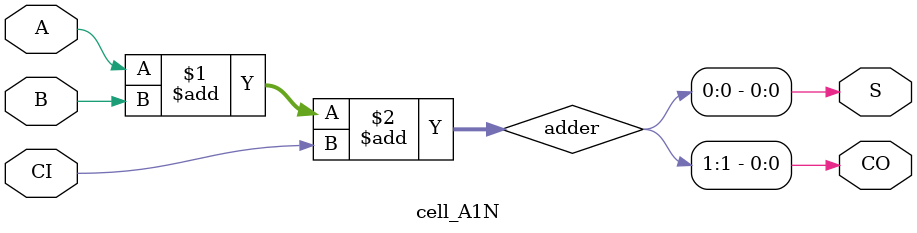
<source format=v>
`timescale 1ns/100ps

module cell_FJD ( // Positive Edge Clocked Power JKFF with CLEAR
	input CK,
	input J, K,
	input nCL,
  // TODO: inverted?
	output nQ,
	output reg Q = 1'b0
);
	always @(posedge CK or negedge nCL) begin
		if (~nCL)
			Q <= #1 1'b0;					// tmax = 5.1ns
		else begin
			case({J, K})
				2'b00 : Q <= #2 Q;		// tmax = 7.9ns
				2'b01 : Q <= #2 1'b0;
				2'b10 : Q <= #2 1'b1;
				2'b11 : Q <= #2 ~Q;
			endcase
		end
	end
	assign nQ = ~Q;
endmodule

module cell_DE3 ( // 3:8 Decoder
  input wire B,
  input wire A,
  input wire C,
  output wire X0,
  output wire X1,
  output wire X2,
  output wire X3,
  output wire X4,
  output wire X5,
  output wire X6,
  output wire X7
);
  assign {X7, X6, X5, X4, X3, X2, X1, X0} = ~(1 << {C, B, A});
endmodule

module cell_FDQ ( // 4-bit DFF
  input wire CK,
  input wire DA,
  input wire DB,
  input wire DC,
  input wire DD,
  output reg QA = 1'b0,
  output reg QB = 1'b0,
  output reg QC = 1'b0,
  output reg QD = 1'b0
);
  always @(negedge CK) begin
    {QA, QB, QC, QD} <= {DA, DB, DC, DD};
  end
endmodule

module cell_A4H ( // 4-bit Full Adder
  input wire A4,
  input wire B4,
  input wire A3,
  input wire B3,
  input wire A2,
  input wire B2,
  input wire A1,
  input wire B1,
  input wire CI,
  output wire CO,
  output wire S4,
  output wire S3,
  output wire S2,
  output wire S1
);
  wire C1, C2, C3;
  assign {C1, S1} = A1 + B1 + CI;
  assign {C2, S2} = A2 + B2 + C1;
  assign {C3, S3} = A3 + B3 + C2;
  assign {CO, S4} = A4 + B4 + C3;
endmodule

module cell_DE2 ( // 2:4 Decoder
  input wire A,
  input wire B,
  output wire X0,
  output wire X1,
  output wire X2,
  output wire X3
);
  assign {X3, X2, X1, X0} = ~(1 << {B, A});
endmodule

// https://github.com/furrtek/Arcade-TMNT_MiSTer/blob/master/sim/cells/fdm.v
module cell_FDM ( // DFF
  input wire CK,
  input wire D,
  // TODO: inverted?
	output nQ,
	output reg Q = 1'b0
);
  always @(posedge CK) begin
    Q <= D;		// tmax = 6.0ns
  end
  assign nQ = ~Q;
endmodule

// https://github.com/furrtek/Arcade-TMNT_MiSTer/blob/master/sim/cells/fdn.v
module cell_FDN (
    input wire CLK,
    input wire D,
    input wire nS,
    output reg Q = 1'b0,
    output wire nQ
);
  always @(posedge CLK or negedge nS) begin
    if (!nS)
      Q <= 1'b1;
    else
      Q <= D;
  end
  assign nQ = ~Q;
endmodule

// https://github.com/furrtek/Arcade-TMNT_MiSTer/blob/master/sim/cells/fdo.v
module cell_FDO ( // DFF with Reset
  input wire CK,
  input wire D,
  input wire nR,
  output reg Q = 1'b0,
  output wire nQ
);
  always @(posedge CK or negedge nR) begin
    if (!nR)
      Q <= 1'b0;  // tmax = 2.8ns
    else
      Q <= D;     // tmax = 6.0ns
  end
  assign nQ = ~Q;
endmodule

// Schmidtt trigger?
module cell_unkf ( // Unknown F
  input wire I,
  output wire XA,
  output wire XB
);
  // TODO: inverted?
  assign XA = I;
  assign XB = ~I;
endmodule

// https://github.com/furrtek/Arcade-TMNT_MiSTer/blob/master/sim/cells/fdp.v
module cell_FDP ( // DFF with SET and RESET
  input wire CK,
  input wire D,
  input wire R,
  input wire S,
  output reg Q = 1'b0,
  output wire nQ
);
  always @(posedge CK, negedge S, negedge R) begin
		if (!S)
			Q <= 1'b1;	// tmax = 3.0ns
		else if (!R)
			Q <= 1'b0;	// tmax = 2.9ns
		else
			Q <= #1 D;	// tmax = 6.1ns
	end
	assign nQ = ~Q;
endmodule

// Derived from https://github.com/furrtek/Arcade-TMNT_MiSTer/blob/master/sim/cells/C43.v
module cell_C45 ( // 4-bit Binary Synchronous Up Counter
  input wire DA,
  input wire EN,
  input wire CI,
  input wire nCL,
  input wire DB,
  input wire nL,
  input wire CK,
  input wire DC,
  input wire DD,
  output wire QA,
  output wire QB,
  output wire CO,
  output wire QC,
  output wire QD
);
  wire [3:0] D;
  assign D = {DD, DC, DB, DA};
  reg [3:0] Q = 4'b0000;
  always @(posedge CK) begin
		if (!nL)
			Q <= D;			// Load
		else if (!nCL)
			Q <= 4'd0;		// Clear tmax = 9.7ns
		else if (EN & CI)
			Q <= Q + 1'b1;	// Count tmax = 13.4ns
		else
			Q <= Q;
	end
	assign CO = &{Q[3:0], CI};
  assign {QD, QC, QB, QA} = Q;
endmodule

// https://github.com/furrtek/Arcade-TMNT_MiSTer/blob/master/sim/cells/lt4.v
module cell_LT4 ( // 4-bit Data Latch
  input wire nG, // Transparent when low
  input wire DA,
  input wire DB,
  input wire DC,
  input wire DD,
  output wire NA,
  output reg PA = 1'b0,
  output wire NB,
  output reg PB = 1'b0,
  output wire NC,
  output reg PC = 1'b0,
  output wire ND,
  output reg PD = 1'b0
);
  always @(*) begin
    if (!nG)
      {PA, PB, PC, PD} <= {DA, DB, DC, DD}; // tmax = 7.5ns
  end
  assign {NA, NB, NC, ND} = ~{PA, PB, PC, PD};
endmodule

// https://github.com/furrtek/Arcade-TMNT_MiSTer/blob/master/sim/cells/a2n.v
module cell_A2N ( // 2-bit Full Adder
  input wire B2,
  input wire A2,
  input wire B1,
  input wire A1,
  input wire CI,
  output wire CO,
  output wire S2,
  output wire S1
);
  wire C1;
  assign {C1, S1} = A1 + B1 + CI; // tmax = 5.3ns
  assign {CO, S2} = A2 + B2 + C1;
endmodule

// https://github.com/furrtek/Arcade-TMNT_MiSTer/blob/master/sim/cells/fdr.v
module cell_FDR ( // 4-bit DFF with CLEAR
  input wire nCL,
  input wire CK,
  input wire DA,
  input wire DB,
  input wire DC,
  input wire DD,
  output reg QA = 1'b0,
  output reg QB = 1'b0,
  output reg QC = 1'b0,
  output reg QD = 1'b0
);
  always @(posedge CK or negedge nCL) begin
    if (!nCL)
      {QA, QB, QC, QD} <= 4'b0;             // tmax = 6.7ns
    else
      {QA, QB, QC, QD} <= {DA, DB, DC, DD}; // tmax = 8.4ns
  end
endmodule

module cell_LT2 ( // 1-bit Data Latch
  input wire nG,
  input wire D,
  output reg Q = 1'b0,
  output wire nQ
);
  always @(*) begin
    if (!nG)
      Q <= D;
  end
  assign nQ = ~Q;
endmodule

module cell_A1N ( // 1-bit Full Adder
  input wire A,
  input wire B,
  input wire CI,
  output wire CO,
  output wire S
);
  wire [1:0] adder;
  assign adder = A + B + CI;
  assign S = adder[0];
  assign CO = adder[1];
endmodule

</source>
